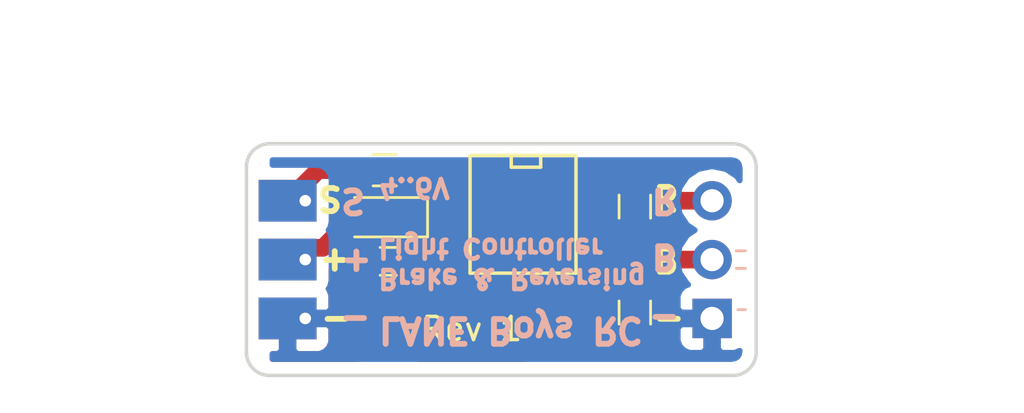
<source format=kicad_pcb>
(kicad_pcb (version 4) (host pcbnew 4.0.7-e2-6376~58~ubuntu16.04.1)

  (general
    (links 17)
    (no_connects 0)
    (area 99.924999 94.924999 122.075001 105.075001)
    (thickness 1.6)
    (drawings 25)
    (tracks 35)
    (zones 0)
    (modules 9)
    (nets 11)
  )

  (page A4)
  (layers
    (0 F.Cu signal)
    (31 B.Cu signal)
    (32 B.Adhes user)
    (33 F.Adhes user)
    (34 B.Paste user hide)
    (35 F.Paste user hide)
    (36 B.SilkS user)
    (37 F.SilkS user)
    (38 B.Mask user)
    (39 F.Mask user)
    (40 Dwgs.User user)
    (41 Cmts.User user)
    (42 Eco1.User user)
    (43 Eco2.User user)
    (44 Edge.Cuts user)
    (45 Margin user)
    (46 B.CrtYd user)
    (47 F.CrtYd user)
    (48 B.Fab user)
    (49 F.Fab user)
  )

  (setup
    (last_trace_width 0.254)
    (user_trace_width 0.2032)
    (user_trace_width 0.381)
    (user_trace_width 0.508)
    (user_trace_width 0.762)
    (user_trace_width 1.016)
    (user_trace_width 1.27)
    (trace_clearance 0.2032)
    (zone_clearance 0.508)
    (zone_45_only no)
    (trace_min 0.2032)
    (segment_width 0.2)
    (edge_width 0.15)
    (via_size 0.6)
    (via_drill 0.4)
    (via_min_size 0.4)
    (via_min_drill 0.3)
    (user_via 0.8 0.5)
    (uvia_size 0.3)
    (uvia_drill 0.1)
    (uvias_allowed no)
    (uvia_min_size 0)
    (uvia_min_drill 0)
    (pcb_text_width 0.3)
    (pcb_text_size 1.5 1.5)
    (mod_edge_width 0.15)
    (mod_text_size 1 1)
    (mod_text_width 0.15)
    (pad_size 1.524 1.524)
    (pad_drill 0.762)
    (pad_to_mask_clearance 0.1524)
    (aux_axis_origin 0 0)
    (visible_elements FFFFEF7F)
    (pcbplotparams
      (layerselection 0x00030_80000001)
      (usegerberextensions false)
      (excludeedgelayer true)
      (linewidth 0.100000)
      (plotframeref false)
      (viasonmask false)
      (mode 1)
      (useauxorigin false)
      (hpglpennumber 1)
      (hpglpenspeed 20)
      (hpglpendiameter 15)
      (hpglpenoverlay 2)
      (psnegative false)
      (psa4output false)
      (plotreference true)
      (plotvalue true)
      (plotinvisibletext false)
      (padsonsilk false)
      (subtractmaskfromsilk false)
      (outputformat 1)
      (mirror false)
      (drillshape 1)
      (scaleselection 1)
      (outputdirectory ""))
  )

  (net 0 "")
  (net 1 VCC)
  (net 2 GND)
  (net 3 "Net-(D1-Pad2)")
  (net 4 /TH)
  (net 5 /Brake_LED)
  (net 6 /Reverse_LED)
  (net 7 /TH_R)
  (net 8 /Reverse)
  (net 9 /Brake)
  (net 10 "Net-(SW1-Pad2)")

  (net_class Default "This is the default net class."
    (clearance 0.2032)
    (trace_width 0.254)
    (via_dia 0.6)
    (via_drill 0.4)
    (uvia_dia 0.3)
    (uvia_drill 0.1)
    (add_net /Brake)
    (add_net /Brake_LED)
    (add_net /Reverse)
    (add_net /Reverse_LED)
    (add_net /TH)
    (add_net /TH_R)
    (add_net GND)
    (add_net "Net-(D1-Pad2)")
    (add_net "Net-(SW1-Pad2)")
    (add_net VCC)
  )

  (module Pin_Headers:Pin_Header_Angled_1x03_Pitch2.54mm (layer B.Cu) (tedit 5AC33DDE) (tstamp 5AC604A9)
    (at 120.098 102.54)
    (descr "Through hole angled pin header, 1x03, 2.54mm pitch, 6mm pin length, single row")
    (tags "Through hole angled pin header THT 1x03 2.54mm single row")
    (path /5AB9E10B)
    (fp_text reference J2 (at 4.385 2.27) (layer B.SilkS) hide
      (effects (font (size 1 1) (thickness 0.15)) (justify mirror))
    )
    (fp_text value LED (at 11.982 -2.464) (layer F.Fab)
      (effects (font (size 1 1) (thickness 0.15)))
    )
    (fp_line (start 2.135 1.27) (end 4.04 1.27) (layer B.Fab) (width 0.1))
    (fp_line (start 4.04 1.27) (end 4.04 -6.35) (layer B.Fab) (width 0.1))
    (fp_line (start 4.04 -6.35) (end 1.5 -6.35) (layer B.Fab) (width 0.1))
    (fp_line (start 1.5 -6.35) (end 1.5 0.635) (layer B.Fab) (width 0.1))
    (fp_line (start 1.5 0.635) (end 2.135 1.27) (layer B.Fab) (width 0.1))
    (fp_line (start -0.32 0.32) (end 1.5 0.32) (layer B.Fab) (width 0.1))
    (fp_line (start -0.32 0.32) (end -0.32 -0.32) (layer B.Fab) (width 0.1))
    (fp_line (start -0.32 -0.32) (end 1.5 -0.32) (layer B.Fab) (width 0.1))
    (fp_line (start 4.04 0.32) (end 10.04 0.32) (layer B.Fab) (width 0.1))
    (fp_line (start 10.04 0.32) (end 10.04 -0.32) (layer B.Fab) (width 0.1))
    (fp_line (start 4.04 -0.32) (end 10.04 -0.32) (layer B.Fab) (width 0.1))
    (fp_line (start -0.32 -2.22) (end 1.5 -2.22) (layer B.Fab) (width 0.1))
    (fp_line (start -0.32 -2.22) (end -0.32 -2.86) (layer B.Fab) (width 0.1))
    (fp_line (start -0.32 -2.86) (end 1.5 -2.86) (layer B.Fab) (width 0.1))
    (fp_line (start 4.04 -2.22) (end 10.04 -2.22) (layer B.Fab) (width 0.1))
    (fp_line (start 10.04 -2.22) (end 10.04 -2.86) (layer B.Fab) (width 0.1))
    (fp_line (start 4.04 -2.86) (end 10.04 -2.86) (layer B.Fab) (width 0.1))
    (fp_line (start -0.32 -4.76) (end 1.5 -4.76) (layer B.Fab) (width 0.1))
    (fp_line (start -0.32 -4.76) (end -0.32 -5.4) (layer B.Fab) (width 0.1))
    (fp_line (start -0.32 -5.4) (end 1.5 -5.4) (layer B.Fab) (width 0.1))
    (fp_line (start 4.04 -4.76) (end 10.04 -4.76) (layer B.Fab) (width 0.1))
    (fp_line (start 10.04 -4.76) (end 10.04 -5.4) (layer B.Fab) (width 0.1))
    (fp_line (start 4.04 -5.4) (end 10.04 -5.4) (layer B.Fab) (width 0.1))
    (fp_line (start 1.11 -0.38) (end 1.44 -0.38) (layer B.SilkS) (width 0.12))
    (fp_line (start 1.042929 -2.16) (end 1.44 -2.16) (layer B.SilkS) (width 0.12))
    (fp_line (start 1.042929 -2.92) (end 1.44 -2.92) (layer B.SilkS) (width 0.12))
    (fp_line (start -1.8 1.8) (end -1.8 -6.85) (layer B.CrtYd) (width 0.05))
    (fp_line (start -1.8 -6.85) (end 10.55 -6.85) (layer B.CrtYd) (width 0.05))
    (fp_line (start 10.55 -6.85) (end 10.55 1.8) (layer B.CrtYd) (width 0.05))
    (fp_line (start 10.55 1.8) (end -1.8 1.8) (layer B.CrtYd) (width 0.05))
    (fp_text user %R (at 2.77 -2.54 90) (layer F.Fab)
      (effects (font (size 1 1) (thickness 0.15)))
    )
    (pad 1 thru_hole rect (at 0 0) (size 1.7 1.7) (drill 1) (layers *.Cu *.Mask)
      (net 2 GND))
    (pad 2 thru_hole oval (at 0 -2.54) (size 1.7 1.7) (drill 1) (layers *.Cu *.Mask)
      (net 5 /Brake_LED))
    (pad 3 thru_hole oval (at 0 -5.08) (size 1.7 1.7) (drill 1) (layers *.Cu *.Mask)
      (net 6 /Reverse_LED))
    (model ${KISYS3DMOD}/Pin_Headers.3dshapes/Pin_Header_Angled_1x03_Pitch2.54mm.wrl
      (at (xyz 0 -0.2 -0.075))
      (scale (xyz 1 1 1))
      (rotate (xyz 180 0 0))
    )
  )

  (module Capacitors_SMD:C_0603_HandSoldering (layer F.Cu) (tedit 5ABA37A0) (tstamp 5ABFAED8)
    (at 106.1212 100.076)
    (descr "Capacitor SMD 0603, hand soldering")
    (tags "capacitor 0603")
    (path /5AB9E19F)
    (attr smd)
    (fp_text reference C1 (at -2.413 0 90) (layer F.SilkS) hide
      (effects (font (size 1 1) (thickness 0.15)))
    )
    (fp_text value 10u (at 2.3368 0) (layer F.Fab)
      (effects (font (size 1 1) (thickness 0.15)))
    )
    (fp_text user %R (at 0 0) (layer F.Fab)
      (effects (font (size 0.4 0.4) (thickness 0.1)))
    )
    (fp_line (start -0.8 0.4) (end -0.8 -0.4) (layer F.Fab) (width 0.1))
    (fp_line (start 0.8 0.4) (end -0.8 0.4) (layer F.Fab) (width 0.1))
    (fp_line (start 0.8 -0.4) (end 0.8 0.4) (layer F.Fab) (width 0.1))
    (fp_line (start -0.8 -0.4) (end 0.8 -0.4) (layer F.Fab) (width 0.1))
    (fp_line (start -0.35 -0.6) (end 0.35 -0.6) (layer F.SilkS) (width 0.12))
    (fp_line (start 0.35 0.6) (end -0.35 0.6) (layer F.SilkS) (width 0.12))
    (fp_line (start -1.8 -0.65) (end 1.8 -0.65) (layer F.CrtYd) (width 0.05))
    (fp_line (start -1.8 -0.65) (end -1.8 0.65) (layer F.CrtYd) (width 0.05))
    (fp_line (start 1.8 0.65) (end 1.8 -0.65) (layer F.CrtYd) (width 0.05))
    (fp_line (start 1.8 0.65) (end -1.8 0.65) (layer F.CrtYd) (width 0.05))
    (pad 1 smd rect (at -0.95 0) (size 1.2 0.75) (layers F.Cu F.Paste F.Mask)
      (net 2 GND))
    (pad 2 smd rect (at 0.95 0) (size 1.2 0.75) (layers F.Cu F.Paste F.Mask)
      (net 1 VCC))
    (model Capacitors_SMD.3dshapes/C_0603.wrl
      (at (xyz 0 0 0))
      (scale (xyz 1 1 1))
      (rotate (xyz 0 0 0))
    )
  )

  (module Resistors_SMD:R_0603_HandSoldering (layer F.Cu) (tedit 5ABA00AD) (tstamp 5ABFAF17)
    (at 105.9688 96.139 180)
    (descr "Resistor SMD 0603, hand soldering")
    (tags "resistor 0603")
    (path /5AB9E858)
    (attr smd)
    (fp_text reference R1 (at -2.794 0 180) (layer F.SilkS) hide
      (effects (font (size 1 1) (thickness 0.15)))
    )
    (fp_text value 1k (at -1.9812 0 180) (layer F.Fab)
      (effects (font (size 1 1) (thickness 0.15)))
    )
    (fp_text user %R (at 0 0 180) (layer F.Fab)
      (effects (font (size 0.4 0.4) (thickness 0.075)))
    )
    (fp_line (start -0.8 0.4) (end -0.8 -0.4) (layer F.Fab) (width 0.1))
    (fp_line (start 0.8 0.4) (end -0.8 0.4) (layer F.Fab) (width 0.1))
    (fp_line (start 0.8 -0.4) (end 0.8 0.4) (layer F.Fab) (width 0.1))
    (fp_line (start -0.8 -0.4) (end 0.8 -0.4) (layer F.Fab) (width 0.1))
    (fp_line (start 0.5 0.68) (end -0.5 0.68) (layer F.SilkS) (width 0.12))
    (fp_line (start -0.5 -0.68) (end 0.5 -0.68) (layer F.SilkS) (width 0.12))
    (fp_line (start -1.96 -0.7) (end 1.95 -0.7) (layer F.CrtYd) (width 0.05))
    (fp_line (start -1.96 -0.7) (end -1.96 0.7) (layer F.CrtYd) (width 0.05))
    (fp_line (start 1.95 0.7) (end 1.95 -0.7) (layer F.CrtYd) (width 0.05))
    (fp_line (start 1.95 0.7) (end -1.96 0.7) (layer F.CrtYd) (width 0.05))
    (pad 1 smd rect (at -1.1 0 180) (size 1.2 0.9) (layers F.Cu F.Paste F.Mask)
      (net 7 /TH_R))
    (pad 2 smd rect (at 1.1 0 180) (size 1.2 0.9) (layers F.Cu F.Paste F.Mask)
      (net 4 /TH))
    (model ${KISYS3DMOD}/Resistors_SMD.3dshapes/R_0603.wrl
      (at (xyz 0 0 0))
      (scale (xyz 1 1 1))
      (rotate (xyz 0 0 0))
    )
  )

  (module Resistors_SMD:R_0603_HandSoldering (layer F.Cu) (tedit 5ABA00A7) (tstamp 5ABFAF28)
    (at 116.764 97.714 270)
    (descr "Resistor SMD 0603, hand soldering")
    (tags "resistor 0603")
    (path /5AB9E1F6)
    (attr smd)
    (fp_text reference R2 (at -1.524 1.524 360) (layer F.SilkS) hide
      (effects (font (size 1 1) (thickness 0.15)))
    )
    (fp_text value 220 (at 0 1.194 270) (layer F.Fab)
      (effects (font (size 1 1) (thickness 0.15)))
    )
    (fp_text user %R (at 0 0 450) (layer F.Fab)
      (effects (font (size 0.4 0.4) (thickness 0.075)))
    )
    (fp_line (start -0.8 0.4) (end -0.8 -0.4) (layer F.Fab) (width 0.1))
    (fp_line (start 0.8 0.4) (end -0.8 0.4) (layer F.Fab) (width 0.1))
    (fp_line (start 0.8 -0.4) (end 0.8 0.4) (layer F.Fab) (width 0.1))
    (fp_line (start -0.8 -0.4) (end 0.8 -0.4) (layer F.Fab) (width 0.1))
    (fp_line (start 0.5 0.68) (end -0.5 0.68) (layer F.SilkS) (width 0.12))
    (fp_line (start -0.5 -0.68) (end 0.5 -0.68) (layer F.SilkS) (width 0.12))
    (fp_line (start -1.96 -0.7) (end 1.95 -0.7) (layer F.CrtYd) (width 0.05))
    (fp_line (start -1.96 -0.7) (end -1.96 0.7) (layer F.CrtYd) (width 0.05))
    (fp_line (start 1.95 0.7) (end 1.95 -0.7) (layer F.CrtYd) (width 0.05))
    (fp_line (start 1.95 0.7) (end -1.96 0.7) (layer F.CrtYd) (width 0.05))
    (pad 1 smd rect (at -1.1 0 270) (size 1.2 0.9) (layers F.Cu F.Paste F.Mask)
      (net 6 /Reverse_LED))
    (pad 2 smd rect (at 1.1 0 270) (size 1.2 0.9) (layers F.Cu F.Paste F.Mask)
      (net 8 /Reverse))
    (model ${KISYS3DMOD}/Resistors_SMD.3dshapes/R_0603.wrl
      (at (xyz 0 0 0))
      (scale (xyz 1 1 1))
      (rotate (xyz 0 0 0))
    )
  )

  (module Resistors_SMD:R_0603_HandSoldering (layer F.Cu) (tedit 5ABA00A3) (tstamp 5ABFAF39)
    (at 116.764 102.286 270)
    (descr "Resistor SMD 0603, hand soldering")
    (tags "resistor 0603")
    (path /5AB9E26B)
    (attr smd)
    (fp_text reference R3 (at 2.583 1.524 360) (layer F.SilkS) hide
      (effects (font (size 1 1) (thickness 0.15)))
    )
    (fp_text value 220 (at 0 1.194 270) (layer F.Fab)
      (effects (font (size 1 1) (thickness 0.15)))
    )
    (fp_text user %R (at 0 0 270) (layer F.Fab)
      (effects (font (size 0.4 0.4) (thickness 0.075)))
    )
    (fp_line (start -0.8 0.4) (end -0.8 -0.4) (layer F.Fab) (width 0.1))
    (fp_line (start 0.8 0.4) (end -0.8 0.4) (layer F.Fab) (width 0.1))
    (fp_line (start 0.8 -0.4) (end 0.8 0.4) (layer F.Fab) (width 0.1))
    (fp_line (start -0.8 -0.4) (end 0.8 -0.4) (layer F.Fab) (width 0.1))
    (fp_line (start 0.5 0.68) (end -0.5 0.68) (layer F.SilkS) (width 0.12))
    (fp_line (start -0.5 -0.68) (end 0.5 -0.68) (layer F.SilkS) (width 0.12))
    (fp_line (start -1.96 -0.7) (end 1.95 -0.7) (layer F.CrtYd) (width 0.05))
    (fp_line (start -1.96 -0.7) (end -1.96 0.7) (layer F.CrtYd) (width 0.05))
    (fp_line (start 1.95 0.7) (end 1.95 -0.7) (layer F.CrtYd) (width 0.05))
    (fp_line (start 1.95 0.7) (end -1.96 0.7) (layer F.CrtYd) (width 0.05))
    (pad 1 smd rect (at -1.1 0 270) (size 1.2 0.9) (layers F.Cu F.Paste F.Mask)
      (net 5 /Brake_LED))
    (pad 2 smd rect (at 1.1 0 270) (size 1.2 0.9) (layers F.Cu F.Paste F.Mask)
      (net 9 /Brake))
    (model ${KISYS3DMOD}/Resistors_SMD.3dshapes/R_0603.wrl
      (at (xyz 0 0 0))
      (scale (xyz 1 1 1))
      (rotate (xyz 0 0 0))
    )
  )

  (module SMD_Packages:SOIC-8-N (layer F.Cu) (tedit 5ABA00A9) (tstamp 5ABFAF4C)
    (at 111.938 98.044 270)
    (descr "Module Narrow CMS SOJ 8 pins large")
    (tags "CMS SOJ")
    (path /5AB9DFB5)
    (attr smd)
    (fp_text reference U1 (at -3.683 0 360) (layer F.SilkS) hide
      (effects (font (size 1 1) (thickness 0.15)))
    )
    (fp_text value STC15W104 (at -3.81 -0.076 360) (layer F.Fab)
      (effects (font (size 1 1) (thickness 0.15)))
    )
    (fp_line (start -2.54 -2.286) (end 2.54 -2.286) (layer F.SilkS) (width 0.15))
    (fp_line (start 2.54 -2.286) (end 2.54 2.286) (layer F.SilkS) (width 0.15))
    (fp_line (start 2.54 2.286) (end -2.54 2.286) (layer F.SilkS) (width 0.15))
    (fp_line (start -2.54 2.286) (end -2.54 -2.286) (layer F.SilkS) (width 0.15))
    (fp_line (start -2.54 -0.762) (end -2.032 -0.762) (layer F.SilkS) (width 0.15))
    (fp_line (start -2.032 -0.762) (end -2.032 0.508) (layer F.SilkS) (width 0.15))
    (fp_line (start -2.032 0.508) (end -2.54 0.508) (layer F.SilkS) (width 0.15))
    (pad 8 smd rect (at -1.905 -3.175 270) (size 0.508 1.143) (layers F.Cu F.Paste F.Mask))
    (pad 7 smd rect (at -0.635 -3.175 270) (size 0.508 1.143) (layers F.Cu F.Paste F.Mask)
      (net 7 /TH_R))
    (pad 6 smd rect (at 0.635 -3.175 270) (size 0.508 1.143) (layers F.Cu F.Paste F.Mask)
      (net 8 /Reverse))
    (pad 5 smd rect (at 1.905 -3.175 270) (size 0.508 1.143) (layers F.Cu F.Paste F.Mask)
      (net 9 /Brake))
    (pad 4 smd rect (at 1.905 3.175 270) (size 0.508 1.143) (layers F.Cu F.Paste F.Mask)
      (net 2 GND))
    (pad 3 smd rect (at 0.635 3.175 270) (size 0.508 1.143) (layers F.Cu F.Paste F.Mask)
      (net 10 "Net-(SW1-Pad2)"))
    (pad 2 smd rect (at -0.635 3.175 270) (size 0.508 1.143) (layers F.Cu F.Paste F.Mask)
      (net 1 VCC))
    (pad 1 smd rect (at -1.905 3.175 270) (size 0.508 1.143) (layers F.Cu F.Paste F.Mask))
    (model SMD_Packages.3dshapes/SOIC-8-N.wrl
      (at (xyz 0 0 0))
      (scale (xyz 0.5 0.38 0.5))
      (rotate (xyz 0 0 0))
    )
  )

  (module Diodes_SMD:D_SOD-323_HandSoldering (layer F.Cu) (tedit 5AC33CA1) (tstamp 5AC0196B)
    (at 105.918 98.171 180)
    (descr SOD-323)
    (tags SOD-323)
    (path /5AB9E032)
    (attr smd)
    (fp_text reference D1 (at 0 -1.85 180) (layer F.SilkS) hide
      (effects (font (size 1 1) (thickness 0.15)))
    )
    (fp_text value 1N4148 (at -4.064 0 180) (layer F.Fab)
      (effects (font (size 1 1) (thickness 0.15)))
    )
    (fp_text user %R (at 1.27 0 270) (layer F.Fab)
      (effects (font (size 0.4 0.4) (thickness 0.1)))
    )
    (fp_line (start -1.9 -0.85) (end -1.9 0.85) (layer F.SilkS) (width 0.12))
    (fp_line (start 0.2 0) (end 0.45 0) (layer F.Fab) (width 0.1))
    (fp_line (start 0.2 0.35) (end -0.3 0) (layer F.Fab) (width 0.1))
    (fp_line (start 0.2 -0.35) (end 0.2 0.35) (layer F.Fab) (width 0.1))
    (fp_line (start -0.3 0) (end 0.2 -0.35) (layer F.Fab) (width 0.1))
    (fp_line (start -0.3 0) (end -0.5 0) (layer F.Fab) (width 0.1))
    (fp_line (start -0.3 -0.35) (end -0.3 0.35) (layer F.Fab) (width 0.1))
    (fp_line (start -0.9 0.7) (end -0.9 -0.7) (layer F.Fab) (width 0.1))
    (fp_line (start 0.9 0.7) (end -0.9 0.7) (layer F.Fab) (width 0.1))
    (fp_line (start 0.9 -0.7) (end 0.9 0.7) (layer F.Fab) (width 0.1))
    (fp_line (start -0.9 -0.7) (end 0.9 -0.7) (layer F.Fab) (width 0.1))
    (fp_line (start -2 -0.95) (end 2 -0.95) (layer F.CrtYd) (width 0.05))
    (fp_line (start 2 -0.95) (end 2 0.95) (layer F.CrtYd) (width 0.05))
    (fp_line (start -2 0.95) (end 2 0.95) (layer F.CrtYd) (width 0.05))
    (fp_line (start -2 -0.95) (end -2 0.95) (layer F.CrtYd) (width 0.05))
    (fp_line (start -1.9 0.85) (end 1.25 0.85) (layer F.SilkS) (width 0.12))
    (fp_line (start -1.9 -0.85) (end 1.25 -0.85) (layer F.SilkS) (width 0.12))
    (pad 1 smd rect (at -1.25 0 180) (size 1 1) (layers F.Cu F.Paste F.Mask)
      (net 1 VCC))
    (pad 2 smd rect (at 1.25 0 180) (size 1 1) (layers F.Cu F.Paste F.Mask)
      (net 3 "Net-(D1-Pad2)"))
    (model ${KISYS3DMOD}/Diodes_SMD.3dshapes/D_SOD-323.wrl
      (at (xyz 0 0 0))
      (scale (xyz 1 1 1))
      (rotate (xyz 0 0 0))
    )
  )

  (module WLA:Pin_header_02x03_board_edge (layer F.Cu) (tedit 5AC33D0B) (tstamp 5AC7DFD8)
    (at 100 100)
    (path /5AB9F7A6)
    (fp_text reference J1 (at -0.508 0 90) (layer F.SilkS) hide
      (effects (font (size 1 1) (thickness 0.15)))
    )
    (fp_text value TH (at 1.778 0 90) (layer F.Fab) hide
      (effects (font (size 1 1) (thickness 0.15)))
    )
    (fp_line (start 0 3.556) (end 0 -3.556) (layer F.CrtYd) (width 0.15))
    (fp_line (start 3.556 3.556) (end 0 3.556) (layer F.CrtYd) (width 0.15))
    (fp_line (start 3.556 -3.556) (end 3.556 3.556) (layer F.CrtYd) (width 0.15))
    (fp_line (start 0 -3.556) (end 3.556 -3.556) (layer F.CrtYd) (width 0.15))
    (pad 1 smd rect (at 1.778 2.54) (size 2.5 1.8) (layers F.Cu F.Mask)
      (net 2 GND))
    (pad 2 smd rect (at 1.778 2.54) (size 2.5 1.8) (layers B.Cu B.Mask)
      (net 2 GND))
    (pad 3 smd rect (at 1.778 0) (size 2.5 1.8) (layers F.Cu F.Mask)
      (net 3 "Net-(D1-Pad2)"))
    (pad 4 smd rect (at 1.778 0) (size 2.5 1.8) (layers B.Cu B.Mask)
      (net 3 "Net-(D1-Pad2)"))
    (pad 5 smd rect (at 1.778 -2.54) (size 2.5 1.8) (layers F.Cu F.Mask)
      (net 4 /TH))
    (pad 6 smd rect (at 1.778 -2.54) (size 2.5 1.8) (layers B.Cu B.Mask)
      (net 4 /TH))
    (model ${KISYS3DMOD}/Pin_Headers.3dshapes/Pin_Header_Straight_2x03_Pitch2.54mm.wrl
      (at (xyz 0 0.1 -0.08500000000000001))
      (scale (xyz 1 1 1))
      (rotate (xyz 0 90 0))
    )
  )

  (module WLA:Tact_switch_SMD_6x3_6x2_5 (layer F.Cu) (tedit 5AC0C068) (tstamp 5AC12A87)
    (at 109.728 102.997)
    (path /5AC0AC8B)
    (fp_text reference SW1 (at 0 3) (layer F.SilkS) hide
      (effects (font (size 1 1) (thickness 0.15)))
    )
    (fp_text value "Setup button" (at 0 2.794) (layer F.Fab)
      (effects (font (size 1 1) (thickness 0.15)))
    )
    (fp_line (start 2 -1) (end -2 -1) (layer F.Fab) (width 0.15))
    (fp_line (start 2 1) (end 2 -1) (layer F.Fab) (width 0.15))
    (fp_line (start -2 1) (end 2 1) (layer F.Fab) (width 0.15))
    (fp_line (start -2 -1) (end -2 1) (layer F.Fab) (width 0.15))
    (fp_line (start 3 -1.8) (end -3 -1.8) (layer F.Fab) (width 0.15))
    (fp_line (start 3 1.8) (end 3 -1.8) (layer F.Fab) (width 0.15))
    (fp_line (start -3 1.8) (end 3 1.8) (layer F.Fab) (width 0.15))
    (fp_line (start -3 -1.8) (end -3 1.8) (layer F.Fab) (width 0.15))
    (fp_line (start 5 -2) (end -5 -2) (layer F.CrtYd) (width 0.1))
    (fp_line (start 5 2) (end 5 -2) (layer F.CrtYd) (width 0.1))
    (fp_line (start -5 2) (end 5 2) (layer F.CrtYd) (width 0.1))
    (fp_line (start -5 -2) (end -5 2) (layer F.CrtYd) (width 0.1))
    (pad 1 smd rect (at -3.65 0) (size 2 1.5) (layers F.Cu F.Paste F.Mask)
      (net 2 GND))
    (pad 2 smd rect (at 3.65 0) (size 2 1.5) (layers F.Cu F.Paste F.Mask)
      (net 10 "Net-(SW1-Pad2)"))
    (model Buttons_Switches_SMD.3dshapes/SW_SPST_FSMSM.wrl
      (at (xyz 0 0 0))
      (scale (xyz 1 1 1))
      (rotate (xyz 0 0 0))
    )
  )

  (gr_arc (start 121 96) (end 121 95) (angle 90) (layer Edge.Cuts) (width 0.15))
  (gr_arc (start 121 104) (end 122 104) (angle 90) (layer Edge.Cuts) (width 0.15))
  (gr_arc (start 101 104) (end 101 105) (angle 90) (layer Edge.Cuts) (width 0.15))
  (gr_line (start 121 95) (end 101 95) (layer Edge.Cuts) (width 0.15))
  (gr_arc (start 101 96) (end 100 96) (angle 90) (layer Edge.Cuts) (width 0.15))
  (gr_text "Rev 1" (at 109.728 102.997) (layer F.SilkS)
    (effects (font (size 1 1) (thickness 0.15)))
  )
  (gr_text - (at 118.237 102.489) (layer F.SilkS) (tstamp 5ACAAFF0)
    (effects (font (size 1 1) (thickness 0.25)))
  )
  (gr_text B (at 118.11 100.076) (layer F.SilkS) (tstamp 5ACAAFE9)
    (effects (font (size 1 1) (thickness 0.25)))
  )
  (gr_text R (at 118.11 97.409) (layer F.SilkS) (tstamp 5ACAAFD3)
    (effects (font (size 1 1) (thickness 0.25)))
  )
  (gr_text - (at 103.886 102.489) (layer F.SilkS)
    (effects (font (size 1 1) (thickness 0.25)))
  )
  (gr_text + (at 103.81 99.949) (layer F.SilkS)
    (effects (font (size 1 1) (thickness 0.25)))
  )
  (gr_text S (at 103.6066 97.4598) (layer F.SilkS)
    (effects (font (size 1 1) (thickness 0.25)))
  )
  (dimension 10 (width 0.3) (layer Cmts.User)
    (gr_text "10.000 mm" (at 95.65 100 270) (layer Cmts.User)
      (effects (font (size 1.5 1.5) (thickness 0.3)))
    )
    (feature1 (pts (xy 100 105) (xy 94.3 105)))
    (feature2 (pts (xy 100 95) (xy 94.3 95)))
    (crossbar (pts (xy 97 95) (xy 97 105)))
    (arrow1a (pts (xy 97 105) (xy 96.413579 103.873496)))
    (arrow1b (pts (xy 97 105) (xy 97.586421 103.873496)))
    (arrow2a (pts (xy 97 95) (xy 96.413579 96.126504)))
    (arrow2b (pts (xy 97 95) (xy 97.586421 96.126504)))
  )
  (dimension 22 (width 0.3) (layer Cmts.User)
    (gr_text "22.000 mm" (at 111 90.65) (layer Cmts.User)
      (effects (font (size 1.5 1.5) (thickness 0.3)))
    )
    (feature1 (pts (xy 122 95) (xy 122 89.3)))
    (feature2 (pts (xy 100 95) (xy 100 89.3)))
    (crossbar (pts (xy 100 92) (xy 122 92)))
    (arrow1a (pts (xy 122 92) (xy 120.873496 92.586421)))
    (arrow1b (pts (xy 122 92) (xy 120.873496 91.413579)))
    (arrow2a (pts (xy 100 92) (xy 101.126504 92.586421)))
    (arrow2b (pts (xy 100 92) (xy 101.126504 91.413579)))
  )
  (gr_text S (at 103.9624 97.46 180) (layer B.SilkS) (tstamp 5AC01F24)
    (effects (font (size 1 1) (thickness 0.25)) (justify left mirror))
  )
  (gr_text - (at 103.9116 102.5908 180) (layer B.SilkS) (tstamp 5AC01F22)
    (effects (font (size 1 1) (thickness 0.25)) (justify left mirror))
  )
  (gr_text + (at 103.9624 100.1016 180) (layer B.SilkS) (tstamp 5AC01F1E)
    (effects (font (size 1 1) (thickness 0.25)) (justify left mirror))
  )
  (gr_text - (at 118.034 102.54 180) (layer B.SilkS)
    (effects (font (size 1 1) (thickness 0.25)) (justify mirror))
  )
  (gr_text R (at 118.034 97.46 180) (layer B.SilkS)
    (effects (font (size 1 1) (thickness 0.25)) (justify mirror))
  )
  (gr_text B (at 118.034 99.873 180) (layer B.SilkS)
    (effects (font (size 1 1) (thickness 0.25)) (justify mirror))
  )
  (gr_text "Brake & Reversing \nLight Controller\n\n4..6V" (at 105.588 98.857 180) (layer B.SilkS)
    (effects (font (size 0.8128 0.8128) (thickness 0.2032)) (justify left mirror))
  )
  (gr_text "LANE Boys RC" (at 105.588 103.048 180) (layer B.SilkS)
    (effects (font (size 1.0668 1.0668) (thickness 0.254)) (justify left mirror))
  )
  (gr_line (start 122 104) (end 122 96) (layer Edge.Cuts) (width 0.15))
  (gr_line (start 101 105) (end 121 105) (layer Edge.Cuts) (width 0.15))
  (gr_line (start 100 96) (end 100 104) (layer Edge.Cuts) (width 0.15))

  (segment (start 107.168 98.171) (end 107.168 99.9792) (width 0.508) (layer F.Cu) (net 1))
  (segment (start 107.168 99.9792) (end 107.0712 100.076) (width 0.508) (layer F.Cu) (net 1))
  (segment (start 108.763 97.409) (end 107.93 97.409) (width 0.508) (layer F.Cu) (net 1))
  (segment (start 107.93 97.409) (end 107.168 98.171) (width 0.508) (layer F.Cu) (net 1))
  (via (at 102.54 102.54) (size 0.8) (drill 0.5) (layers F.Cu B.Cu) (net 2) (status 30))
  (segment (start 101.778 102.54) (end 102.54 102.54) (width 0.508) (layer F.Cu) (net 2) (status 30))
  (segment (start 103.302 99.492) (end 102.286 99.492) (width 0.762) (layer F.Cu) (net 3))
  (segment (start 102.286 99.492) (end 101.778 100) (width 0.762) (layer F.Cu) (net 3))
  (segment (start 104.623 98.171) (end 103.302 99.492) (width 0.762) (layer F.Cu) (net 3))
  (segment (start 104.668 98.171) (end 104.623 98.171) (width 0.762) (layer F.Cu) (net 3))
  (via (at 102.54 100) (size 0.8) (drill 0.5) (layers F.Cu B.Cu) (net 3) (status 30))
  (segment (start 102.54 100) (end 101.778 100) (width 0.508) (layer B.Cu) (net 3) (status 30))
  (segment (start 101.778 100) (end 102.54 100) (width 0.508) (layer F.Cu) (net 3) (status 30))
  (segment (start 104.8688 96.139) (end 103.099 96.139) (width 0.762) (layer F.Cu) (net 4))
  (segment (start 103.099 96.139) (end 101.778 97.46) (width 0.762) (layer F.Cu) (net 4))
  (via (at 102.54 97.46) (size 0.8) (drill 0.5) (layers F.Cu B.Cu) (net 4) (status 30))
  (segment (start 102.54 97.46) (end 101.778 97.46) (width 0.508) (layer F.Cu) (net 4) (status 30))
  (segment (start 101.778 97.46) (end 102.54 97.46) (width 0.508) (layer B.Cu) (net 4) (status 30))
  (segment (start 120.098 100) (end 117.95 100) (width 0.762) (layer F.Cu) (net 5) (status 10))
  (segment (start 117.95 100) (end 116.764 101.186) (width 0.762) (layer F.Cu) (net 5) (status 20))
  (segment (start 120.098 97.46) (end 117.61 97.46) (width 0.762) (layer F.Cu) (net 6) (status 10))
  (segment (start 117.61 97.46) (end 116.764 96.614) (width 0.762) (layer F.Cu) (net 6) (status 20))
  (segment (start 107.0688 96.139) (end 107.2134 96.139) (width 0.254) (layer F.Cu) (net 7))
  (segment (start 107.2134 96.139) (end 107.8232 96.7488) (width 0.254) (layer F.Cu) (net 7))
  (segment (start 107.8232 96.7488) (end 113.0048 96.7488) (width 0.254) (layer F.Cu) (net 7))
  (segment (start 113.0048 96.7488) (end 113.665 97.409) (width 0.254) (layer F.Cu) (net 7))
  (segment (start 113.665 97.409) (end 115.113 97.409) (width 0.254) (layer F.Cu) (net 7))
  (segment (start 115.113 98.679) (end 116.629 98.679) (width 0.508) (layer F.Cu) (net 8) (status 30))
  (segment (start 116.629 98.679) (end 116.764 98.814) (width 0.508) (layer F.Cu) (net 8) (status 30))
  (segment (start 115.832 103.386) (end 116.764 103.386) (width 0.508) (layer F.Cu) (net 9) (status 20))
  (segment (start 115.113 102.667) (end 115.832 103.386) (width 0.508) (layer F.Cu) (net 9))
  (segment (start 115.113 99.949) (end 115.113 102.667) (width 0.508) (layer F.Cu) (net 9) (status 10))
  (segment (start 112.141 98.679) (end 113.302 99.84) (width 0.508) (layer F.Cu) (net 10))
  (segment (start 113.302 99.84) (end 113.302 103) (width 0.508) (layer F.Cu) (net 10) (status 20))
  (segment (start 108.763 98.679) (end 112.141 98.679) (width 0.508) (layer F.Cu) (net 10) (status 10))

  (zone (net 2) (net_name GND) (layer F.Cu) (tstamp 0) (hatch edge 0.508)
    (connect_pads (clearance 0.508))
    (min_thickness 0.254)
    (fill yes (arc_segments 16) (thermal_gap 0.508) (thermal_bridge_width 0.508))
    (polygon
      (pts
        (xy 101 105) (xy 114 105) (xy 114 95) (xy 101 95)
      )
    )
    (filled_polygon
      (pts
        (xy 112.413 100.208236) (xy 112.413 101.59956) (xy 112.378 101.59956) (xy 112.142683 101.643838) (xy 111.926559 101.78291)
        (xy 111.781569 101.99511) (xy 111.73056 102.247) (xy 111.73056 103.747) (xy 111.774838 103.982317) (xy 111.91391 104.198441)
        (xy 112.047911 104.29) (xy 107.426416 104.29) (xy 107.437698 104.285327) (xy 107.616327 104.106699) (xy 107.713 103.87331)
        (xy 107.713 103.28275) (xy 107.55425 103.124) (xy 106.205 103.124) (xy 106.205 103.144) (xy 105.951 103.144)
        (xy 105.951 103.124) (xy 104.60175 103.124) (xy 104.443 103.28275) (xy 104.443 103.87331) (xy 104.539673 104.106699)
        (xy 104.718302 104.285327) (xy 104.729584 104.29) (xy 101.127 104.29) (xy 101.127 104.075) (xy 101.49225 104.075)
        (xy 101.651 103.91625) (xy 101.651 102.667) (xy 101.905 102.667) (xy 101.905 103.91625) (xy 102.06375 104.075)
        (xy 103.154309 104.075) (xy 103.387698 103.978327) (xy 103.566327 103.799699) (xy 103.663 103.56631) (xy 103.663 102.82575)
        (xy 103.50425 102.667) (xy 101.905 102.667) (xy 101.651 102.667) (xy 101.631 102.667) (xy 101.631 102.413)
        (xy 101.651 102.413) (xy 101.651 102.393) (xy 101.905 102.393) (xy 101.905 102.413) (xy 103.50425 102.413)
        (xy 103.663 102.25425) (xy 103.663 102.12069) (xy 104.443 102.12069) (xy 104.443 102.71125) (xy 104.60175 102.87)
        (xy 105.951 102.87) (xy 105.951 101.77075) (xy 106.205 101.77075) (xy 106.205 102.87) (xy 107.55425 102.87)
        (xy 107.713 102.71125) (xy 107.713 102.12069) (xy 107.616327 101.887301) (xy 107.437698 101.708673) (xy 107.204309 101.612)
        (xy 106.36375 101.612) (xy 106.205 101.77075) (xy 105.951 101.77075) (xy 105.79225 101.612) (xy 104.951691 101.612)
        (xy 104.718302 101.708673) (xy 104.539673 101.887301) (xy 104.443 102.12069) (xy 103.663 102.12069) (xy 103.663 101.51369)
        (xy 103.566327 101.280301) (xy 103.548721 101.262695) (xy 103.624431 101.15189) (xy 103.67544 100.9) (xy 103.67544 100.433719)
        (xy 103.690807 100.430662) (xy 104.02042 100.21042) (xy 104.027838 100.203002) (xy 104.094948 100.203002) (xy 103.9362 100.36175)
        (xy 103.9362 100.57731) (xy 104.032873 100.810699) (xy 104.211502 100.989327) (xy 104.444891 101.086) (xy 104.88545 101.086)
        (xy 105.0442 100.92725) (xy 105.0442 100.203) (xy 105.0242 100.203) (xy 105.0242 99.949) (xy 105.0442 99.949)
        (xy 105.0442 99.929) (xy 105.2982 99.929) (xy 105.2982 99.949) (xy 105.3182 99.949) (xy 105.3182 100.203)
        (xy 105.2982 100.203) (xy 105.2982 100.92725) (xy 105.45695 101.086) (xy 105.897509 101.086) (xy 106.130898 100.989327)
        (xy 106.132268 100.987957) (xy 106.21931 101.047431) (xy 106.4712 101.09844) (xy 107.6712 101.09844) (xy 107.906517 101.054162)
        (xy 108.122641 100.91509) (xy 108.175314 100.838) (xy 108.47725 100.838) (xy 108.636 100.67925) (xy 108.636 100.076)
        (xy 108.89 100.076) (xy 108.89 100.67925) (xy 109.04875 100.838) (xy 109.46081 100.838) (xy 109.694199 100.741327)
        (xy 109.872827 100.562698) (xy 109.9695 100.329309) (xy 109.9695 100.23475) (xy 109.81075 100.076) (xy 108.89 100.076)
        (xy 108.636 100.076) (xy 108.616 100.076) (xy 108.616 99.822) (xy 108.636 99.822) (xy 108.636 99.802)
        (xy 108.89 99.802) (xy 108.89 99.822) (xy 109.81075 99.822) (xy 109.9695 99.66325) (xy 109.9695 99.568691)
        (xy 109.969214 99.568) (xy 111.772764 99.568)
      )
    )
  )
  (zone (net 2) (net_name GND) (layer B.Cu) (tstamp 0) (hatch edge 0.508)
    (connect_pads (clearance 0.508))
    (min_thickness 0.254)
    (fill yes (arc_segments 16) (thermal_gap 0.508) (thermal_bridge_width 0.762))
    (polygon
      (pts
        (xy 101 95) (xy 101 105) (xy 122 105) (xy 122 95)
      )
    )
    (filled_polygon
      (pts
        (xy 121.105655 95.744926) (xy 121.195225 95.804774) (xy 121.255074 95.894345) (xy 121.29 96.06993) (xy 121.29 96.578843)
        (xy 121.177147 96.409946) (xy 120.695378 96.088039) (xy 120.127093 95.975) (xy 120.068907 95.975) (xy 119.500622 96.088039)
        (xy 119.018853 96.409946) (xy 118.696946 96.891715) (xy 118.583907 97.46) (xy 118.696946 98.028285) (xy 119.018853 98.510054)
        (xy 119.348026 98.73) (xy 119.018853 98.949946) (xy 118.696946 99.431715) (xy 118.583907 100) (xy 118.696946 100.568285)
        (xy 119.018853 101.050054) (xy 119.062777 101.079403) (xy 118.888302 101.151673) (xy 118.709673 101.330301) (xy 118.613 101.56369)
        (xy 118.613 102.12725) (xy 118.77175 102.286) (xy 119.844 102.286) (xy 119.844 102.266) (xy 120.352 102.266)
        (xy 120.352 102.286) (xy 120.372 102.286) (xy 120.372 102.794) (xy 120.352 102.794) (xy 120.352 103.86625)
        (xy 120.51075 104.025) (xy 121.074309 104.025) (xy 121.288789 103.936159) (xy 121.255074 104.105655) (xy 121.195225 104.195226)
        (xy 121.105655 104.255074) (xy 120.93007 104.29) (xy 101.127 104.29) (xy 101.127 104.075) (xy 101.36525 104.075)
        (xy 101.524 103.91625) (xy 101.524 102.794) (xy 102.032 102.794) (xy 102.032 103.91625) (xy 102.19075 104.075)
        (xy 103.154309 104.075) (xy 103.387698 103.978327) (xy 103.566327 103.799699) (xy 103.663 103.56631) (xy 103.663 102.95275)
        (xy 118.613 102.95275) (xy 118.613 103.51631) (xy 118.709673 103.749699) (xy 118.888302 103.928327) (xy 119.121691 104.025)
        (xy 119.68525 104.025) (xy 119.844 103.86625) (xy 119.844 102.794) (xy 118.77175 102.794) (xy 118.613 102.95275)
        (xy 103.663 102.95275) (xy 103.50425 102.794) (xy 102.032 102.794) (xy 101.524 102.794) (xy 101.504 102.794)
        (xy 101.504 102.286) (xy 101.524 102.286) (xy 101.524 102.266) (xy 102.032 102.266) (xy 102.032 102.286)
        (xy 103.50425 102.286) (xy 103.663 102.12725) (xy 103.663 101.51369) (xy 103.566327 101.280301) (xy 103.548721 101.262695)
        (xy 103.624431 101.15189) (xy 103.67544 100.9) (xy 103.67544 99.1) (xy 103.631162 98.864683) (xy 103.544124 98.729423)
        (xy 103.624431 98.61189) (xy 103.67544 98.36) (xy 103.67544 96.56) (xy 103.631162 96.324683) (xy 103.49209 96.108559)
        (xy 103.27989 95.963569) (xy 103.028 95.91256) (xy 101.127 95.91256) (xy 101.127 95.71) (xy 120.93007 95.71)
      )
    )
  )
)

</source>
